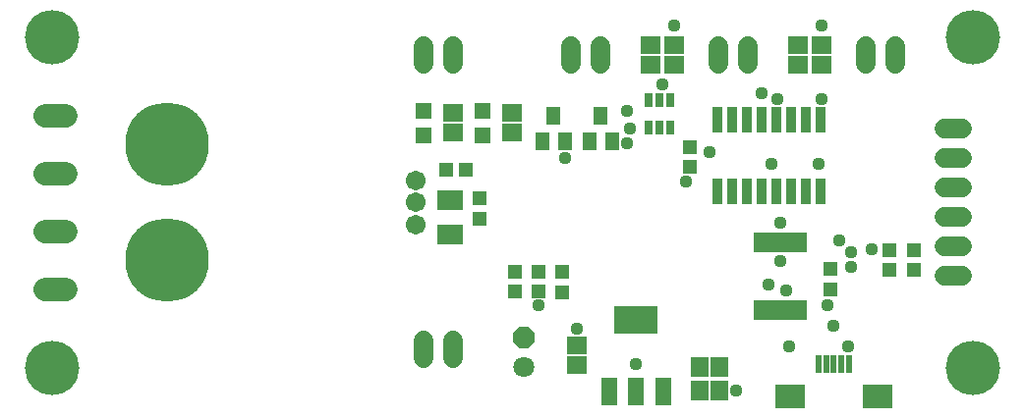
<source format=gts>
G75*
G70*
%OFA0B0*%
%FSLAX24Y24*%
%IPPOS*%
%LPD*%
%AMOC8*
5,1,8,0,0,1.08239X$1,22.5*
%
%ADD10C,0.1850*%
%ADD11R,0.0257X0.0651*%
%ADD12R,0.0340X0.0880*%
%ADD13C,0.0680*%
%ADD14R,0.0671X0.0592*%
%ADD15R,0.0474X0.0631*%
%ADD16R,0.0560X0.0960*%
%ADD17R,0.1497X0.0946*%
%ADD18OC8,0.0710*%
%ADD19C,0.0710*%
%ADD20R,0.0592X0.0671*%
%ADD21C,0.2836*%
%ADD22C,0.0671*%
%ADD23R,0.0867X0.0671*%
%ADD24R,0.0474X0.0513*%
%ADD25R,0.0505X0.0493*%
%ADD26R,0.0513X0.0474*%
%ADD27R,0.0237X0.0631*%
%ADD28R,0.0986X0.0828*%
%ADD29C,0.0785*%
%ADD30R,0.0552X0.0552*%
%ADD31R,0.0316X0.0474*%
%ADD32C,0.0437*%
D10*
X001975Y002555D03*
X001975Y013805D03*
X033225Y013805D03*
X033225Y002555D03*
D11*
X027468Y004519D03*
X027212Y004519D03*
X026956Y004519D03*
X026700Y004519D03*
X026444Y004519D03*
X026188Y004519D03*
X025932Y004519D03*
X025932Y006841D03*
X026188Y006841D03*
X026444Y006841D03*
X026700Y006841D03*
X026956Y006841D03*
X027212Y006841D03*
X027468Y006841D03*
D12*
X027550Y008570D03*
X027050Y008570D03*
X026550Y008570D03*
X026050Y008570D03*
X025550Y008570D03*
X025050Y008570D03*
X024550Y008570D03*
X028050Y008570D03*
X028050Y010990D03*
X027550Y010990D03*
X027050Y010990D03*
X026550Y010990D03*
X026050Y010990D03*
X025550Y010990D03*
X025050Y010990D03*
X024550Y010990D03*
D13*
X024600Y012880D02*
X024600Y013480D01*
X025600Y013480D02*
X025600Y012880D01*
X029600Y012880D02*
X029600Y013480D01*
X030600Y013480D02*
X030600Y012880D01*
X032260Y010687D02*
X032860Y010687D01*
X032860Y009687D02*
X032260Y009687D01*
X032260Y008687D02*
X032860Y008687D01*
X032860Y007687D02*
X032260Y007687D01*
X032260Y006687D02*
X032860Y006687D01*
X032860Y005687D02*
X032260Y005687D01*
X020600Y012880D02*
X020600Y013480D01*
X019600Y013480D02*
X019600Y012880D01*
X015600Y012880D02*
X015600Y013480D01*
X014600Y013480D02*
X014600Y012880D01*
X014600Y003480D02*
X014600Y002880D01*
X015600Y002880D02*
X015600Y003480D01*
D14*
X019800Y003315D03*
X019800Y002645D03*
X017600Y010545D03*
X017600Y011215D03*
X015600Y011215D03*
X015600Y010545D03*
X022300Y012845D03*
X023100Y012845D03*
X023100Y013515D03*
X022300Y013515D03*
X027300Y013515D03*
X028100Y013515D03*
X028100Y012845D03*
X027300Y012845D03*
D15*
X020974Y010247D03*
X020226Y010247D03*
X019374Y010247D03*
X018626Y010247D03*
X019000Y011113D03*
X020600Y011113D03*
D16*
X020890Y001760D03*
X021800Y001760D03*
X022710Y001760D03*
D17*
X021800Y004200D03*
D18*
X018000Y003580D03*
D19*
X018000Y002580D03*
D20*
X023965Y002580D03*
X024635Y002580D03*
X024635Y001780D03*
X023965Y001780D03*
D21*
X005887Y006211D03*
X005887Y010149D03*
D22*
X014313Y008932D03*
X014313Y008180D03*
X014313Y007428D03*
D23*
X015500Y007089D03*
X015500Y008271D03*
D24*
X015365Y009280D03*
X016035Y009280D03*
D25*
X016500Y008324D03*
X016500Y007636D03*
X019300Y005824D03*
X019300Y005136D03*
X023625Y009386D03*
X023625Y010074D03*
X028400Y005924D03*
X028400Y005236D03*
D26*
X030396Y005880D03*
X031213Y005880D03*
X031213Y006549D03*
X030396Y006549D03*
X018500Y005815D03*
X017700Y005815D03*
X017700Y005145D03*
X018500Y005145D03*
D27*
X027988Y002702D03*
X028244Y002702D03*
X028500Y002702D03*
X028756Y002702D03*
X029012Y002702D03*
D28*
X029976Y001580D03*
X027024Y001580D03*
D29*
X002453Y005227D02*
X001748Y005227D01*
X001748Y007196D02*
X002453Y007196D01*
X002453Y009164D02*
X001748Y009164D01*
X001748Y011133D02*
X002453Y011133D01*
D30*
X014600Y011293D03*
X014600Y010467D03*
X016600Y010467D03*
X016600Y011293D03*
D31*
X022224Y011668D03*
X022598Y011668D03*
X022972Y011668D03*
X022972Y010723D03*
X022598Y010723D03*
X022224Y010723D03*
D32*
X021600Y010680D03*
X021500Y010180D03*
X021475Y011280D03*
X022700Y012180D03*
X026050Y011905D03*
X026600Y011680D03*
X028100Y011680D03*
X024300Y009880D03*
X023500Y008880D03*
X026400Y009480D03*
X028000Y009480D03*
X026700Y007480D03*
X028700Y006880D03*
X029100Y006480D03*
X029800Y006580D03*
X029100Y005980D03*
X026900Y005180D03*
X026300Y005380D03*
X026700Y006180D03*
X028300Y004680D03*
X028500Y003980D03*
X029000Y003280D03*
X027000Y003280D03*
X025200Y001780D03*
X021800Y002680D03*
X019800Y003880D03*
X018500Y004680D03*
X019400Y009680D03*
X023100Y014180D03*
X028100Y014180D03*
M02*

</source>
